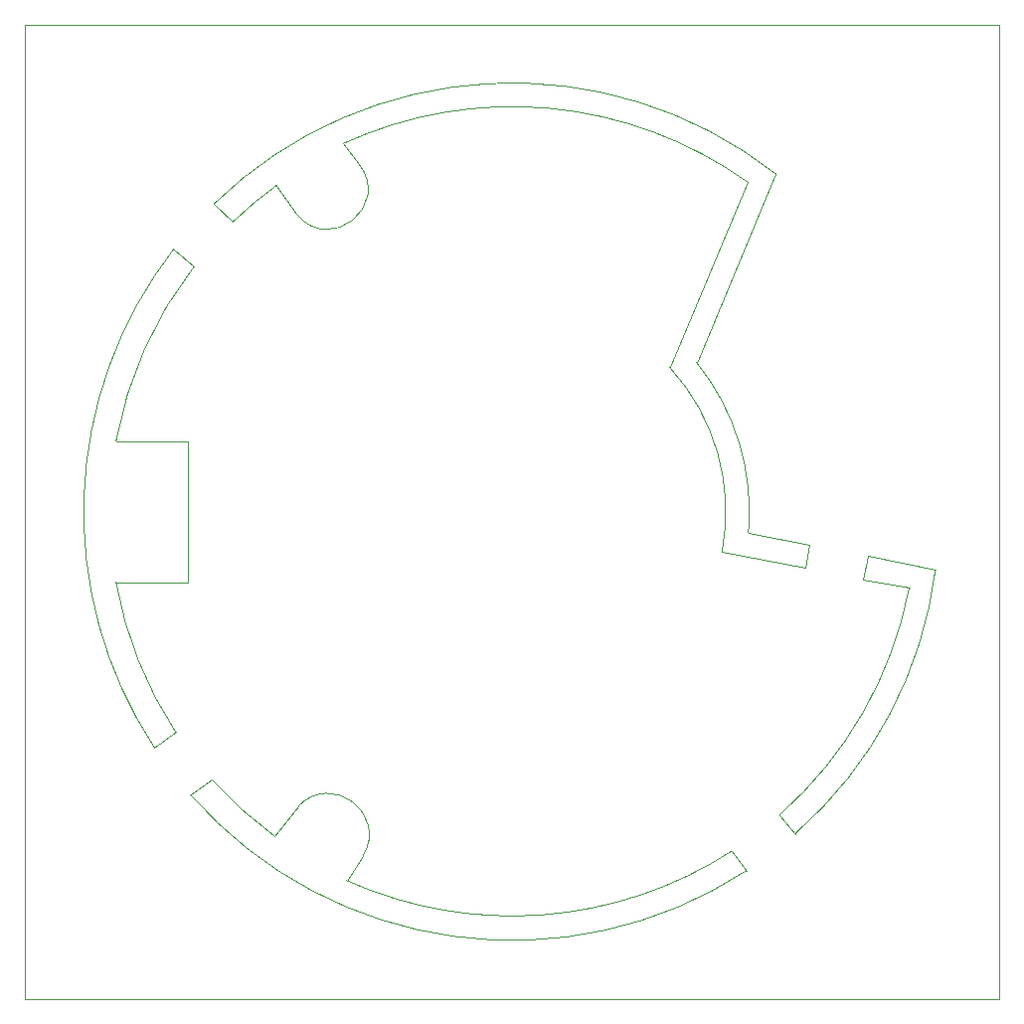
<source format=gm1>
%TF.GenerationSoftware,KiCad,Pcbnew,7.0.8*%
%TF.CreationDate,2023-10-15T21:23:35+02:00*%
%TF.ProjectId,blinkekatze,626c696e-6b65-46b6-9174-7a652e6b6963,rev?*%
%TF.SameCoordinates,Original*%
%TF.FileFunction,Profile,NP*%
%FSLAX46Y46*%
G04 Gerber Fmt 4.6, Leading zero omitted, Abs format (unit mm)*
G04 Created by KiCad (PCBNEW 7.0.8) date 2023-10-15 21:23:35*
%MOMM*%
%LPD*%
G01*
G04 APERTURE LIST*
%TA.AperFunction,Profile*%
%ADD10C,0.100000*%
%TD*%
G04 APERTURE END LIST*
D10*
X74402924Y-122775691D02*
G75*
G03*
X79716270Y-127605073I25571776J22796791D01*
G01*
X72400000Y-106000000D02*
X66250000Y-106000000D01*
X117869778Y-103394261D02*
G75*
G03*
X113400000Y-87700000I-17869778J3394261D01*
G01*
X122439998Y-71230002D02*
G75*
G03*
X74580000Y-73800000I-22457918J-28698938D01*
G01*
X124950000Y-104780000D02*
X125330000Y-102820000D01*
X122744435Y-125836906D02*
X124090000Y-127420000D01*
X71160001Y-77640001D02*
G75*
G03*
X69520000Y-120080000I28836479J-22366009D01*
G01*
X71334913Y-118777084D02*
X69520000Y-120080000D01*
X76214849Y-75315410D02*
X74580000Y-73800000D01*
X72400000Y-94000000D02*
X66250000Y-94000000D01*
X115699999Y-87300001D02*
X122440000Y-71230000D01*
X86925000Y-70375000D02*
X85588991Y-68651039D01*
X120113073Y-101801171D02*
G75*
G03*
X115699998Y-87300002I-20113073J1801171D01*
G01*
X113400000Y-87700000D02*
X120000000Y-71900000D01*
X81625000Y-74650000D02*
X79921826Y-72216383D01*
X129860000Y-105740000D02*
X130260000Y-103790000D01*
X72400000Y-94000000D02*
X72400000Y-106000000D01*
X58500000Y-58500000D02*
X141500000Y-58500000D01*
X141500000Y-141500000D01*
X58500000Y-141500000D01*
X58500000Y-58500000D01*
X125330000Y-102820000D02*
X120113066Y-101801170D01*
X72610000Y-124110001D02*
G75*
G03*
X119939999Y-130569999I27389490J24057951D01*
G01*
X81775100Y-125076015D02*
X79716270Y-127605074D01*
X87299986Y-129299993D02*
G75*
G03*
X81775100Y-125076015I-3004186J1795793D01*
G01*
X74402927Y-122775688D02*
X72610000Y-124110000D01*
X130260000Y-103790000D02*
X136043297Y-104906911D01*
X79921826Y-72216384D02*
G75*
G03*
X76214849Y-75315410I20078174J-27783616D01*
G01*
X124089997Y-127419997D02*
G75*
G03*
X136043297Y-104906911I-23500147J26907217D01*
G01*
X117869769Y-103394259D02*
X124950000Y-104780000D01*
X85894507Y-131412237D02*
G75*
G03*
X118700277Y-128900425I14093743J31414687D01*
G01*
X72905396Y-79104196D02*
G75*
G03*
X66250001Y-94000000I26994604J-20995804D01*
G01*
X87299999Y-129300000D02*
X85894507Y-131412239D01*
X119999999Y-71900001D02*
G75*
G03*
X85588991Y-68651040I-20011749J-28097549D01*
G01*
X72905396Y-79104196D02*
X71160000Y-77640000D01*
X118700277Y-128900426D02*
X119940000Y-130570000D01*
X81625000Y-74650000D02*
G75*
G03*
X86925000Y-70375000I2650000J2137500D01*
G01*
X129860000Y-105740000D02*
X133800000Y-106500000D01*
X66250014Y-105999998D02*
G75*
G03*
X71334913Y-118777084I33724786J6021098D01*
G01*
X122744436Y-125836908D02*
G75*
G03*
X133799999Y-106500000I-22756176J25839348D01*
G01*
M02*

</source>
